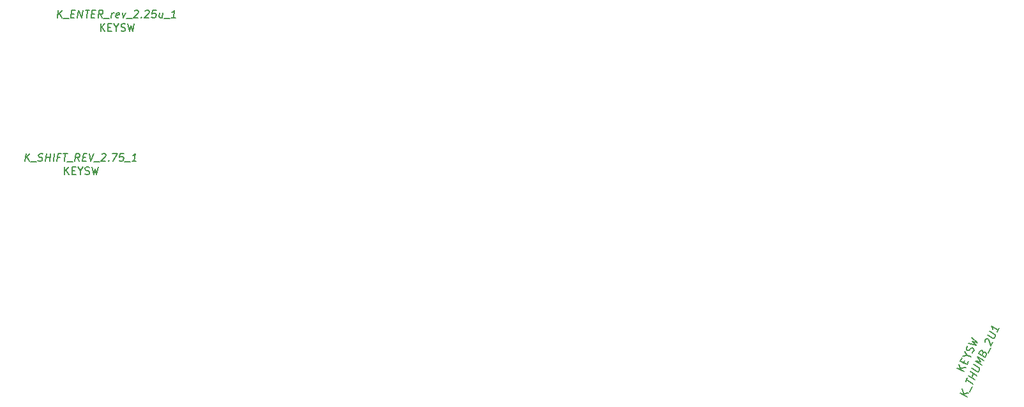
<source format=gbr>
G04 #@! TF.GenerationSoftware,KiCad,Pcbnew,(5.0.2)-1*
G04 #@! TF.CreationDate,2020-01-03T19:41:07+05:30*
G04 #@! TF.ProjectId,ergocape,6572676f-6361-4706-952e-6b696361645f,rev?*
G04 #@! TF.SameCoordinates,Original*
G04 #@! TF.FileFunction,Other,Comment*
%FSLAX46Y46*%
G04 Gerber Fmt 4.6, Leading zero omitted, Abs format (unit mm)*
G04 Created by KiCad (PCBNEW (5.0.2)-1) date 1/3/2020 7:41:07 PM*
%MOMM*%
%LPD*%
G01*
G04 APERTURE LIST*
%ADD10C,0.150000*%
G04 APERTURE END LIST*
G04 #@! TO.C,K_ENTER_rev_2.25u_1*
D10*
X45271741Y-81414880D02*
X45396741Y-80414880D01*
X45843169Y-81414880D02*
X45486026Y-80843452D01*
X45968169Y-80414880D02*
X45325312Y-80986309D01*
X46021741Y-81510119D02*
X46783645Y-81510119D01*
X47099122Y-80891071D02*
X47432455Y-80891071D01*
X47509836Y-81414880D02*
X47033645Y-81414880D01*
X47158645Y-80414880D01*
X47634836Y-80414880D01*
X47938407Y-81414880D02*
X48063407Y-80414880D01*
X48509836Y-81414880D01*
X48634836Y-80414880D01*
X48968169Y-80414880D02*
X49539598Y-80414880D01*
X49128883Y-81414880D02*
X49253883Y-80414880D01*
X49813407Y-80891071D02*
X50146741Y-80891071D01*
X50224122Y-81414880D02*
X49747931Y-81414880D01*
X49872931Y-80414880D01*
X50349122Y-80414880D01*
X51224122Y-81414880D02*
X50950312Y-80938690D01*
X50652693Y-81414880D02*
X50777693Y-80414880D01*
X51158645Y-80414880D01*
X51247931Y-80462500D01*
X51289598Y-80510119D01*
X51325312Y-80605357D01*
X51307455Y-80748214D01*
X51247931Y-80843452D01*
X51194360Y-80891071D01*
X51093169Y-80938690D01*
X50712217Y-80938690D01*
X51402693Y-81510119D02*
X52164598Y-81510119D01*
X52414598Y-81414880D02*
X52497931Y-80748214D01*
X52474122Y-80938690D02*
X52533645Y-80843452D01*
X52587217Y-80795833D01*
X52688407Y-80748214D01*
X52783645Y-80748214D01*
X53420550Y-81367261D02*
X53319360Y-81414880D01*
X53128883Y-81414880D01*
X53039598Y-81367261D01*
X53003883Y-81272023D01*
X53051502Y-80891071D01*
X53111026Y-80795833D01*
X53212217Y-80748214D01*
X53402693Y-80748214D01*
X53491979Y-80795833D01*
X53527693Y-80891071D01*
X53515788Y-80986309D01*
X53027693Y-81081547D01*
X53878883Y-80748214D02*
X54033645Y-81414880D01*
X54355074Y-80748214D01*
X54402693Y-81510119D02*
X55164598Y-81510119D01*
X55480074Y-80510119D02*
X55533645Y-80462500D01*
X55634836Y-80414880D01*
X55872931Y-80414880D01*
X55962217Y-80462500D01*
X56003883Y-80510119D01*
X56039598Y-80605357D01*
X56027693Y-80700595D01*
X55962217Y-80843452D01*
X55319360Y-81414880D01*
X55938407Y-81414880D01*
X56378883Y-81319642D02*
X56420550Y-81367261D01*
X56366979Y-81414880D01*
X56325312Y-81367261D01*
X56378883Y-81319642D01*
X56366979Y-81414880D01*
X56908645Y-80510119D02*
X56962217Y-80462500D01*
X57063407Y-80414880D01*
X57301502Y-80414880D01*
X57390788Y-80462500D01*
X57432455Y-80510119D01*
X57468169Y-80605357D01*
X57456264Y-80700595D01*
X57390788Y-80843452D01*
X56747931Y-81414880D01*
X57366979Y-81414880D01*
X58396741Y-80414880D02*
X57920550Y-80414880D01*
X57813407Y-80891071D01*
X57866979Y-80843452D01*
X57968169Y-80795833D01*
X58206264Y-80795833D01*
X58295550Y-80843452D01*
X58337217Y-80891071D01*
X58372931Y-80986309D01*
X58343169Y-81224404D01*
X58283645Y-81319642D01*
X58230074Y-81367261D01*
X58128883Y-81414880D01*
X57890788Y-81414880D01*
X57801502Y-81367261D01*
X57759836Y-81319642D01*
X59259836Y-80748214D02*
X59176502Y-81414880D01*
X58831264Y-80748214D02*
X58765788Y-81272023D01*
X58801502Y-81367261D01*
X58890788Y-81414880D01*
X59033645Y-81414880D01*
X59134836Y-81367261D01*
X59188407Y-81319642D01*
X59402693Y-81510119D02*
X60164598Y-81510119D01*
X60938407Y-81414880D02*
X60366979Y-81414880D01*
X60652693Y-81414880D02*
X60777693Y-80414880D01*
X60664598Y-80557738D01*
X60557455Y-80652976D01*
X60456264Y-80700595D01*
X50990773Y-83192880D02*
X50990773Y-82192880D01*
X51562202Y-83192880D02*
X51133630Y-82621452D01*
X51562202Y-82192880D02*
X50990773Y-82764309D01*
X51990773Y-82669071D02*
X52324107Y-82669071D01*
X52466964Y-83192880D02*
X51990773Y-83192880D01*
X51990773Y-82192880D01*
X52466964Y-82192880D01*
X53086011Y-82716690D02*
X53086011Y-83192880D01*
X52752678Y-82192880D02*
X53086011Y-82716690D01*
X53419345Y-82192880D01*
X53705059Y-83145261D02*
X53847916Y-83192880D01*
X54086011Y-83192880D01*
X54181250Y-83145261D01*
X54228869Y-83097642D01*
X54276488Y-83002404D01*
X54276488Y-82907166D01*
X54228869Y-82811928D01*
X54181250Y-82764309D01*
X54086011Y-82716690D01*
X53895535Y-82669071D01*
X53800297Y-82621452D01*
X53752678Y-82573833D01*
X53705059Y-82478595D01*
X53705059Y-82383357D01*
X53752678Y-82288119D01*
X53800297Y-82240500D01*
X53895535Y-82192880D01*
X54133630Y-82192880D01*
X54276488Y-82240500D01*
X54609821Y-82192880D02*
X54847916Y-83192880D01*
X55038392Y-82478595D01*
X55228869Y-83192880D01*
X55466964Y-82192880D01*
G04 #@! TO.C,K_SHIFT_REV_2.75_1*
X40961622Y-100464880D02*
X41086622Y-99464880D01*
X41533050Y-100464880D02*
X41175907Y-99893452D01*
X41658050Y-99464880D02*
X41015193Y-100036309D01*
X41711622Y-100560119D02*
X42473526Y-100560119D01*
X42681860Y-100417261D02*
X42818764Y-100464880D01*
X43056860Y-100464880D01*
X43158050Y-100417261D01*
X43211622Y-100369642D01*
X43271145Y-100274404D01*
X43283050Y-100179166D01*
X43247336Y-100083928D01*
X43205669Y-100036309D01*
X43116383Y-99988690D01*
X42931860Y-99941071D01*
X42842574Y-99893452D01*
X42800907Y-99845833D01*
X42765193Y-99750595D01*
X42777098Y-99655357D01*
X42836622Y-99560119D01*
X42890193Y-99512500D01*
X42991383Y-99464880D01*
X43229479Y-99464880D01*
X43366383Y-99512500D01*
X43675907Y-100464880D02*
X43800907Y-99464880D01*
X43741383Y-99941071D02*
X44312812Y-99941071D01*
X44247336Y-100464880D02*
X44372336Y-99464880D01*
X44723526Y-100464880D02*
X44848526Y-99464880D01*
X45598526Y-99941071D02*
X45265193Y-99941071D01*
X45199717Y-100464880D02*
X45324717Y-99464880D01*
X45800907Y-99464880D01*
X46039002Y-99464880D02*
X46610431Y-99464880D01*
X46199717Y-100464880D02*
X46324717Y-99464880D01*
X46568764Y-100560119D02*
X47330669Y-100560119D01*
X48152098Y-100464880D02*
X47878288Y-99988690D01*
X47580669Y-100464880D02*
X47705669Y-99464880D01*
X48086622Y-99464880D01*
X48175907Y-99512500D01*
X48217574Y-99560119D01*
X48253288Y-99655357D01*
X48235431Y-99798214D01*
X48175907Y-99893452D01*
X48122336Y-99941071D01*
X48021145Y-99988690D01*
X47640193Y-99988690D01*
X48646145Y-99941071D02*
X48979479Y-99941071D01*
X49056860Y-100464880D02*
X48580669Y-100464880D01*
X48705669Y-99464880D01*
X49181860Y-99464880D01*
X49467574Y-99464880D02*
X49675907Y-100464880D01*
X50134241Y-99464880D01*
X50092574Y-100560119D02*
X50854479Y-100560119D01*
X51169955Y-99560119D02*
X51223526Y-99512500D01*
X51324717Y-99464880D01*
X51562812Y-99464880D01*
X51652098Y-99512500D01*
X51693764Y-99560119D01*
X51729479Y-99655357D01*
X51717574Y-99750595D01*
X51652098Y-99893452D01*
X51009241Y-100464880D01*
X51628288Y-100464880D01*
X52068764Y-100369642D02*
X52110431Y-100417261D01*
X52056860Y-100464880D01*
X52015193Y-100417261D01*
X52068764Y-100369642D01*
X52056860Y-100464880D01*
X52562812Y-99464880D02*
X53229479Y-99464880D01*
X52675907Y-100464880D01*
X54086622Y-99464880D02*
X53610431Y-99464880D01*
X53503288Y-99941071D01*
X53556860Y-99893452D01*
X53658050Y-99845833D01*
X53896145Y-99845833D01*
X53985431Y-99893452D01*
X54027098Y-99941071D01*
X54062812Y-100036309D01*
X54033050Y-100274404D01*
X53973526Y-100369642D01*
X53919955Y-100417261D01*
X53818764Y-100464880D01*
X53580669Y-100464880D01*
X53491383Y-100417261D01*
X53449717Y-100369642D01*
X54187812Y-100560119D02*
X54949717Y-100560119D01*
X55723526Y-100464880D02*
X55152098Y-100464880D01*
X55437812Y-100464880D02*
X55562812Y-99464880D01*
X55449717Y-99607738D01*
X55342574Y-99702976D01*
X55241383Y-99750595D01*
X46228273Y-102242880D02*
X46228273Y-101242880D01*
X46799702Y-102242880D02*
X46371130Y-101671452D01*
X46799702Y-101242880D02*
X46228273Y-101814309D01*
X47228273Y-101719071D02*
X47561607Y-101719071D01*
X47704464Y-102242880D02*
X47228273Y-102242880D01*
X47228273Y-101242880D01*
X47704464Y-101242880D01*
X48323511Y-101766690D02*
X48323511Y-102242880D01*
X47990178Y-101242880D02*
X48323511Y-101766690D01*
X48656845Y-101242880D01*
X48942559Y-102195261D02*
X49085416Y-102242880D01*
X49323511Y-102242880D01*
X49418750Y-102195261D01*
X49466369Y-102147642D01*
X49513988Y-102052404D01*
X49513988Y-101957166D01*
X49466369Y-101861928D01*
X49418750Y-101814309D01*
X49323511Y-101766690D01*
X49133035Y-101719071D01*
X49037797Y-101671452D01*
X48990178Y-101623833D01*
X48942559Y-101528595D01*
X48942559Y-101433357D01*
X48990178Y-101338119D01*
X49037797Y-101290500D01*
X49133035Y-101242880D01*
X49371130Y-101242880D01*
X49513988Y-101290500D01*
X49847321Y-101242880D02*
X50085416Y-102242880D01*
X50275892Y-101528595D01*
X50466369Y-102242880D01*
X50704464Y-101242880D01*
G04 #@! TO.C,K_THUMB_2U1*
X165885935Y-131795947D02*
X165032455Y-131260040D01*
X166127431Y-131278057D02*
X165458606Y-131360242D01*
X165273951Y-130742150D02*
X165520158Y-131566273D01*
X166289214Y-131156466D02*
X166611209Y-130465945D01*
X165716694Y-129792685D02*
X165958190Y-129274795D01*
X166690922Y-130069647D02*
X165837442Y-129533740D01*
X166952543Y-129508599D02*
X166099063Y-128972692D01*
X166505482Y-129227886D02*
X166746978Y-128709996D01*
X167194039Y-128990709D02*
X166340559Y-128454802D01*
X166541805Y-128023227D02*
X167232718Y-128457056D01*
X167334127Y-128464937D01*
X167394893Y-128447299D01*
X167475785Y-128386504D01*
X167556283Y-128213874D01*
X167555891Y-128102039D01*
X167535374Y-128033362D01*
X167474214Y-127939166D01*
X166783302Y-127505337D01*
X167838029Y-127609668D02*
X166984548Y-127073762D01*
X167735050Y-127154450D01*
X167266294Y-126469556D01*
X168119774Y-127005463D01*
X168014833Y-125991072D02*
X168115849Y-125887119D01*
X168176615Y-125869481D01*
X168278024Y-125877362D01*
X168399950Y-125953920D01*
X168461109Y-126048117D01*
X168481626Y-126116794D01*
X168482019Y-126228628D01*
X168321021Y-126573888D01*
X167467541Y-126037981D01*
X167608413Y-125735879D01*
X167689305Y-125675083D01*
X167750071Y-125657445D01*
X167851480Y-125665326D01*
X167932764Y-125716365D01*
X167993923Y-125810561D01*
X168014440Y-125879238D01*
X168014833Y-125991072D01*
X167873960Y-126293175D01*
X168724300Y-125934407D02*
X169046295Y-125243886D01*
X168273313Y-124535350D02*
X168252796Y-124466673D01*
X168252403Y-124354838D01*
X168353027Y-124139051D01*
X168433918Y-124078255D01*
X168494684Y-124060617D01*
X168596093Y-124068498D01*
X168677377Y-124119537D01*
X168779178Y-124239252D01*
X169025385Y-125063375D01*
X169287006Y-124502327D01*
X168614647Y-123578003D02*
X169305560Y-124011832D01*
X169406969Y-124019713D01*
X169467735Y-124002075D01*
X169548627Y-123941280D01*
X169629125Y-123768650D01*
X169628733Y-123656815D01*
X169608216Y-123588138D01*
X169547056Y-123493942D01*
X168856144Y-123060113D01*
X170132242Y-122689712D02*
X169890746Y-123207602D01*
X170011494Y-122948657D02*
X169158014Y-122412750D01*
X169239690Y-122575623D01*
X169280725Y-122712977D01*
X169281117Y-122824811D01*
X165504132Y-128407622D02*
X164597824Y-127985003D01*
X165745628Y-127889731D02*
X165046616Y-128036653D01*
X164839320Y-127467113D02*
X165115714Y-128226499D01*
X165452017Y-127279942D02*
X165592890Y-126977840D01*
X166127997Y-127069739D02*
X165926750Y-127501314D01*
X165020442Y-127078696D01*
X165221689Y-126647120D01*
X165958042Y-126307444D02*
X166389618Y-126508691D01*
X165342437Y-126388175D02*
X165958042Y-126307444D01*
X165624182Y-125783970D01*
X166608081Y-125927519D02*
X166711612Y-125818171D01*
X166812236Y-125602383D01*
X166809328Y-125495943D01*
X166786295Y-125432661D01*
X166720104Y-125349254D01*
X166633789Y-125309005D01*
X166527350Y-125311913D01*
X166464068Y-125334946D01*
X166380661Y-125401136D01*
X166257004Y-125553642D01*
X166173598Y-125619832D01*
X166110315Y-125642865D01*
X166003876Y-125645773D01*
X165917561Y-125605524D01*
X165851370Y-125522117D01*
X165828337Y-125458835D01*
X165825429Y-125352395D01*
X165926053Y-125136607D01*
X166029584Y-125027260D01*
X166127299Y-124705032D02*
X167134231Y-124911863D01*
X166567367Y-124437363D01*
X167295228Y-124566603D01*
X166489544Y-123928197D01*
G04 #@! TD*
M02*

</source>
